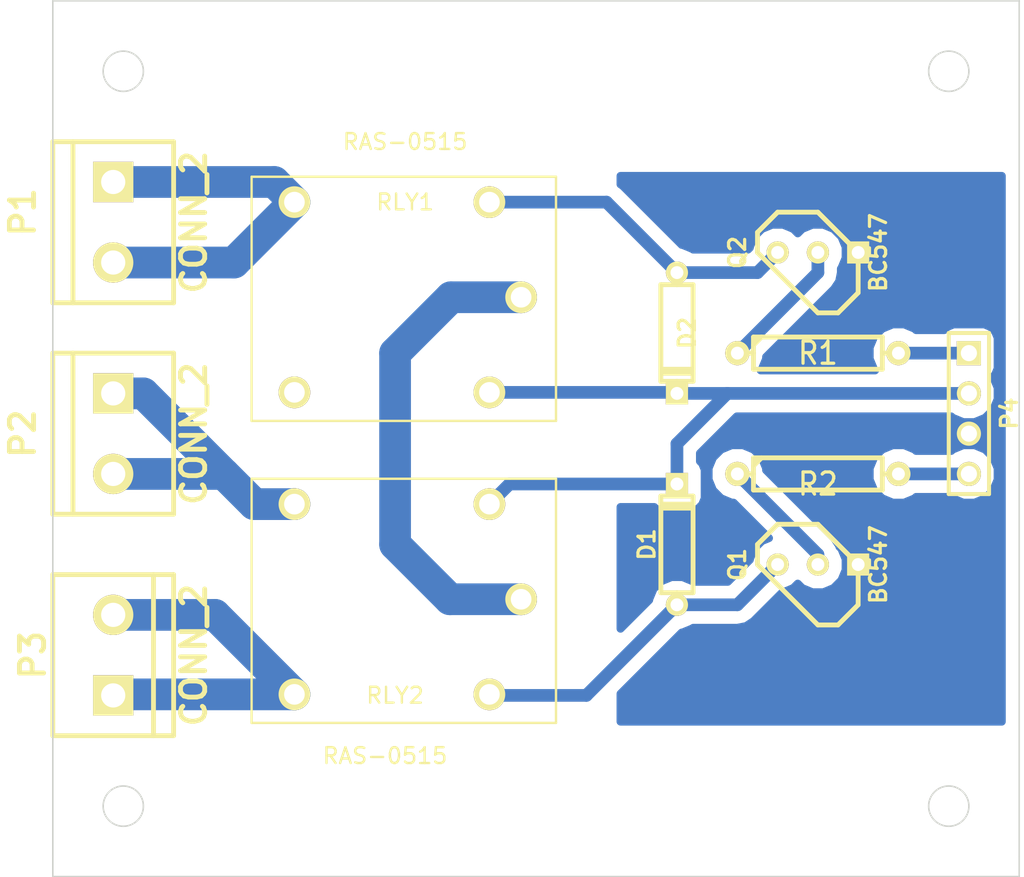
<source format=kicad_pcb>
(kicad_pcb (version 3) (host pcbnew "(2013-jul-07)-stable")

  (general
    (links 21)
    (no_connects 0)
    (area 55.5056 13.919999 123.2596 69.265001)
    (thickness 1.6)
    (drawings 10)
    (tracks 41)
    (zones 0)
    (modules 12)
    (nets 13)
  )

  (page A3)
  (layers
    (15 F.Cu signal)
    (0 B.Cu signal)
    (17 F.Adhes user)
    (19 F.Paste user)
    (21 F.SilkS user)
    (23 F.Mask user)
    (28 Edge.Cuts user)
  )

  (setup
    (last_trace_width 2)
    (trace_clearance 2)
    (zone_clearance 0.8)
    (zone_45_only no)
    (trace_min 0.254)
    (segment_width 0.2)
    (edge_width 0.1)
    (via_size 0.889)
    (via_drill 0.635)
    (via_min_size 0.889)
    (via_min_drill 0.508)
    (uvia_size 0.508)
    (uvia_drill 0.127)
    (uvias_allowed no)
    (uvia_min_size 0.508)
    (uvia_min_drill 0.127)
    (pcb_text_width 0.3)
    (pcb_text_size 1.5 1.5)
    (mod_edge_width 0.15)
    (mod_text_size 1 1)
    (mod_text_width 0.15)
    (pad_size 2 2)
    (pad_drill 1.3)
    (pad_to_mask_clearance 0.2)
    (solder_mask_min_width 0.3)
    (aux_axis_origin 0 0)
    (visible_elements FFFFFFBF)
    (pcbplotparams
      (layerselection 10485761)
      (usegerberextensions false)
      (excludeedgelayer false)
      (linewidth 0.150000)
      (plotframeref false)
      (viasonmask false)
      (mode 1)
      (useauxorigin false)
      (hpglpennumber 1)
      (hpglpenspeed 20)
      (hpglpendiameter 15)
      (hpglpenoverlay 2)
      (psnegative false)
      (psa4output false)
      (plotreference true)
      (plotvalue true)
      (plotothertext true)
      (plotinvisibletext false)
      (padsonsilk false)
      (subtractmaskfromsilk false)
      (outputformat 5)
      (mirror false)
      (drillshape 0)
      (scaleselection 1)
      (outputdirectory output/))
  )

  (net 0 "")
  (net 1 /5V)
  (net 2 /EN_1)
  (net 3 /EN_2)
  (net 4 /HOT)
  (net 5 /HOT_R)
  (net 6 /HOT_SOFT)
  (net 7 GND)
  (net 8 N-0000010)
  (net 9 N-0000011)
  (net 10 N-0000013)
  (net 11 N-000005)
  (net 12 N-000009)

  (net_class Default "This is the default net class."
    (clearance 2)
    (trace_width 2)
    (via_dia 0.889)
    (via_drill 0.635)
    (uvia_dia 0.508)
    (uvia_drill 0.127)
    (add_net "")
    (add_net /HOT)
    (add_net /HOT_R)
    (add_net /HOT_SOFT)
    (add_net N-0000010)
    (add_net N-0000013)
    (add_net N-000005)
  )

  (net_class 5V ""
    (clearance 0.8)
    (trace_width 0.8)
    (via_dia 0.889)
    (via_drill 0.635)
    (uvia_dia 0.508)
    (uvia_drill 0.127)
    (add_net /5V)
    (add_net /EN_1)
    (add_net /EN_2)
    (add_net GND)
    (add_net N-0000011)
    (add_net N-000009)
  )

  (module RAS-0515 (layer F.Cu) (tedit 53947180) (tstamp 5394498C)
    (at 75.565 26.67)
    (path /53943E62)
    (fp_text reference RLY1 (at 6.985 0) (layer F.SilkS)
      (effects (font (size 1 1) (thickness 0.15)))
    )
    (fp_text value RAS-0515 (at 6.985 -3.81) (layer F.SilkS)
      (effects (font (size 1 1) (thickness 0.15)))
    )
    (fp_line (start -2.7 -1.6) (end -2.7 13.8) (layer F.SilkS) (width 0.15))
    (fp_line (start -2.7 13.8) (end 16.5 13.8) (layer F.SilkS) (width 0.15))
    (fp_line (start -2.7 -1.6) (end 16.5 -1.6) (layer F.SilkS) (width 0.15))
    (fp_line (start 16.5 -1.6) (end 16.5 13.8) (layer F.SilkS) (width 0.15))
    (pad 4 thru_hole circle (at 0 12) (size 2 2) (drill 1.3)
      (layers *.Cu *.Mask F.SilkS)
    )
    (pad 5 thru_hole circle (at 12.3 12) (size 2 2) (drill 1.3)
      (layers *.Cu *.Mask F.SilkS)
      (net 1 /5V)
    )
    (pad 3 thru_hole circle (at 0 0) (size 2 2) (drill 1.3)
      (layers *.Cu *.Mask F.SilkS)
      (net 4 /HOT)
    )
    (pad 1 thru_hole circle (at 14.3 6) (size 2 2) (drill 1.3)
      (layers *.Cu *.Mask F.SilkS)
      (net 11 N-000005)
    )
    (pad 2 thru_hole circle (at 12.3 0) (size 2 2) (drill 1.3)
      (layers *.Cu *.Mask F.SilkS)
      (net 9 N-0000011)
    )
  )

  (module R4 (layer F.Cu) (tedit 200000) (tstamp 53944140)
    (at 108.585 36.195)
    (descr "Resitance 4 pas")
    (tags R)
    (path /53944164)
    (autoplace_cost180 10)
    (fp_text reference R1 (at 0 0) (layer F.SilkS)
      (effects (font (size 1.397 1.27) (thickness 0.2032)))
    )
    (fp_text value R (at 0 0) (layer F.SilkS) hide
      (effects (font (size 1.397 1.27) (thickness 0.2032)))
    )
    (fp_line (start -5.08 0) (end -4.064 0) (layer F.SilkS) (width 0.3048))
    (fp_line (start -4.064 0) (end -4.064 -1.016) (layer F.SilkS) (width 0.3048))
    (fp_line (start -4.064 -1.016) (end 4.064 -1.016) (layer F.SilkS) (width 0.3048))
    (fp_line (start 4.064 -1.016) (end 4.064 1.016) (layer F.SilkS) (width 0.3048))
    (fp_line (start 4.064 1.016) (end -4.064 1.016) (layer F.SilkS) (width 0.3048))
    (fp_line (start -4.064 1.016) (end -4.064 0) (layer F.SilkS) (width 0.3048))
    (fp_line (start -4.064 -0.508) (end -3.556 -1.016) (layer F.SilkS) (width 0.3048))
    (fp_line (start 5.08 0) (end 4.064 0) (layer F.SilkS) (width 0.3048))
    (pad 1 thru_hole circle (at -5.08 0) (size 1.524 1.524) (drill 0.8128)
      (layers *.Cu *.Mask F.SilkS)
      (net 10 N-0000013)
    )
    (pad 2 thru_hole circle (at 5.08 0) (size 1.524 1.524) (drill 0.8128)
      (layers *.Cu *.Mask F.SilkS)
      (net 2 /EN_1)
    )
    (model discret/resistor.wrl
      (at (xyz 0 0 0))
      (scale (xyz 0.4 0.4 0.4))
      (rotate (xyz 0 0 0))
    )
  )

  (module R4 (layer F.Cu) (tedit 53944D69) (tstamp 5394414E)
    (at 108.585 43.815)
    (descr "Resitance 4 pas")
    (tags R)
    (path /53944171)
    (autoplace_cost180 10)
    (fp_text reference R2 (at 0 0.635) (layer F.SilkS)
      (effects (font (size 1.397 1.27) (thickness 0.2032)))
    )
    (fp_text value R (at 0 0) (layer F.SilkS) hide
      (effects (font (size 1.397 1.27) (thickness 0.2032)))
    )
    (fp_line (start -5.08 0) (end -4.064 0) (layer F.SilkS) (width 0.3048))
    (fp_line (start -4.064 0) (end -4.064 -1.016) (layer F.SilkS) (width 0.3048))
    (fp_line (start -4.064 -1.016) (end 4.064 -1.016) (layer F.SilkS) (width 0.3048))
    (fp_line (start 4.064 -1.016) (end 4.064 1.016) (layer F.SilkS) (width 0.3048))
    (fp_line (start 4.064 1.016) (end -4.064 1.016) (layer F.SilkS) (width 0.3048))
    (fp_line (start -4.064 1.016) (end -4.064 0) (layer F.SilkS) (width 0.3048))
    (fp_line (start -4.064 -0.508) (end -3.556 -1.016) (layer F.SilkS) (width 0.3048))
    (fp_line (start 5.08 0) (end 4.064 0) (layer F.SilkS) (width 0.3048))
    (pad 1 thru_hole circle (at -5.08 0) (size 1.524 1.524) (drill 0.8128)
      (layers *.Cu *.Mask F.SilkS)
      (net 12 N-000009)
    )
    (pad 2 thru_hole circle (at 5.08 0) (size 1.524 1.524) (drill 0.8128)
      (layers *.Cu *.Mask F.SilkS)
      (net 3 /EN_2)
    )
    (model discret/resistor.wrl
      (at (xyz 0 0 0))
      (scale (xyz 0.4 0.4 0.4))
      (rotate (xyz 0 0 0))
    )
  )

  (module PIN_ARRAY_4x1 (layer F.Cu) (tedit 4C10F42E) (tstamp 5394415A)
    (at 118.11 40.005 270)
    (descr "Double rangee de contacts 2 x 5 pins")
    (tags CONN)
    (path /53944615)
    (fp_text reference P4 (at 0 -2.54 270) (layer F.SilkS)
      (effects (font (size 1.016 1.016) (thickness 0.2032)))
    )
    (fp_text value CONN_4 (at 0 2.54 270) (layer F.SilkS) hide
      (effects (font (size 1.016 1.016) (thickness 0.2032)))
    )
    (fp_line (start 5.08 1.27) (end -5.08 1.27) (layer F.SilkS) (width 0.254))
    (fp_line (start 5.08 -1.27) (end -5.08 -1.27) (layer F.SilkS) (width 0.254))
    (fp_line (start -5.08 -1.27) (end -5.08 1.27) (layer F.SilkS) (width 0.254))
    (fp_line (start 5.08 1.27) (end 5.08 -1.27) (layer F.SilkS) (width 0.254))
    (pad 1 thru_hole rect (at -3.81 0 270) (size 1.524 1.524) (drill 1.016)
      (layers *.Cu *.Mask F.SilkS)
      (net 2 /EN_1)
    )
    (pad 2 thru_hole circle (at -1.27 0 270) (size 1.524 1.524) (drill 1.016)
      (layers *.Cu *.Mask F.SilkS)
      (net 1 /5V)
    )
    (pad 3 thru_hole circle (at 1.27 0 270) (size 1.524 1.524) (drill 1.016)
      (layers *.Cu *.Mask F.SilkS)
      (net 7 GND)
    )
    (pad 4 thru_hole circle (at 3.81 0 270) (size 1.524 1.524) (drill 1.016)
      (layers *.Cu *.Mask F.SilkS)
      (net 3 /EN_2)
    )
    (model pin_array\pins_array_4x1.wrl
      (at (xyz 0 0 0))
      (scale (xyz 1 1 1))
      (rotate (xyz 0 0 0))
    )
  )

  (module D3 (layer F.Cu) (tedit 53944EC6) (tstamp 5394416A)
    (at 99.695 34.925 270)
    (descr "Diode 3 pas")
    (tags "DIODE DEV")
    (path /53943E9A)
    (fp_text reference D2 (at 0 -0.635 270) (layer F.SilkS)
      (effects (font (size 1.016 1.016) (thickness 0.2032)))
    )
    (fp_text value DIODE (at 0 0 270) (layer F.SilkS) hide
      (effects (font (size 1.016 1.016) (thickness 0.2032)))
    )
    (fp_line (start 3.81 0) (end 3.048 0) (layer F.SilkS) (width 0.3048))
    (fp_line (start 3.048 0) (end 3.048 -1.016) (layer F.SilkS) (width 0.3048))
    (fp_line (start 3.048 -1.016) (end -3.048 -1.016) (layer F.SilkS) (width 0.3048))
    (fp_line (start -3.048 -1.016) (end -3.048 0) (layer F.SilkS) (width 0.3048))
    (fp_line (start -3.048 0) (end -3.81 0) (layer F.SilkS) (width 0.3048))
    (fp_line (start -3.048 0) (end -3.048 1.016) (layer F.SilkS) (width 0.3048))
    (fp_line (start -3.048 1.016) (end 3.048 1.016) (layer F.SilkS) (width 0.3048))
    (fp_line (start 3.048 1.016) (end 3.048 0) (layer F.SilkS) (width 0.3048))
    (fp_line (start 2.54 -1.016) (end 2.54 1.016) (layer F.SilkS) (width 0.3048))
    (fp_line (start 2.286 1.016) (end 2.286 -1.016) (layer F.SilkS) (width 0.3048))
    (pad 2 thru_hole rect (at 3.81 0 270) (size 1.397 1.397) (drill 0.8128)
      (layers *.Cu *.Mask F.SilkS)
      (net 1 /5V)
    )
    (pad 1 thru_hole circle (at -3.81 0 270) (size 1.397 1.397) (drill 0.8128)
      (layers *.Cu *.Mask F.SilkS)
      (net 9 N-0000011)
    )
    (model discret/diode.wrl
      (at (xyz 0 0 0))
      (scale (xyz 0.3 0.3 0.3))
      (rotate (xyz 0 0 0))
    )
  )

  (module D3 (layer F.Cu) (tedit 5394481B) (tstamp 5394417A)
    (at 99.695 48.26 90)
    (descr "Diode 3 pas")
    (tags "DIODE DEV")
    (path /53943EA7)
    (fp_text reference D1 (at 0 -1.905 90) (layer F.SilkS)
      (effects (font (size 1.016 1.016) (thickness 0.2032)))
    )
    (fp_text value DIODE (at 0 0 90) (layer F.SilkS) hide
      (effects (font (size 1.016 1.016) (thickness 0.2032)))
    )
    (fp_line (start 3.81 0) (end 3.048 0) (layer F.SilkS) (width 0.3048))
    (fp_line (start 3.048 0) (end 3.048 -1.016) (layer F.SilkS) (width 0.3048))
    (fp_line (start 3.048 -1.016) (end -3.048 -1.016) (layer F.SilkS) (width 0.3048))
    (fp_line (start -3.048 -1.016) (end -3.048 0) (layer F.SilkS) (width 0.3048))
    (fp_line (start -3.048 0) (end -3.81 0) (layer F.SilkS) (width 0.3048))
    (fp_line (start -3.048 0) (end -3.048 1.016) (layer F.SilkS) (width 0.3048))
    (fp_line (start -3.048 1.016) (end 3.048 1.016) (layer F.SilkS) (width 0.3048))
    (fp_line (start 3.048 1.016) (end 3.048 0) (layer F.SilkS) (width 0.3048))
    (fp_line (start 2.54 -1.016) (end 2.54 1.016) (layer F.SilkS) (width 0.3048))
    (fp_line (start 2.286 1.016) (end 2.286 -1.016) (layer F.SilkS) (width 0.3048))
    (pad 2 thru_hole rect (at 3.81 0 90) (size 1.397 1.397) (drill 0.8128)
      (layers *.Cu *.Mask F.SilkS)
      (net 1 /5V)
    )
    (pad 1 thru_hole circle (at -3.81 0 90) (size 1.397 1.397) (drill 0.8128)
      (layers *.Cu *.Mask F.SilkS)
      (net 8 N-0000010)
    )
    (model discret/diode.wrl
      (at (xyz 0 0 0))
      (scale (xyz 0.3 0.3 0.3))
      (rotate (xyz 0 0 0))
    )
  )

  (module bornier2 (layer F.Cu) (tedit 5394719C) (tstamp 53944185)
    (at 64.135 27.94 270)
    (descr "Bornier d'alimentation 2 pins")
    (tags DEV)
    (path /539443E8)
    (fp_text reference P1 (at -0.635 5.715 270) (layer F.SilkS)
      (effects (font (size 1.524 1.524) (thickness 0.3048)))
    )
    (fp_text value CONN_2 (at 0 -5.08 270) (layer F.SilkS)
      (effects (font (size 1.524 1.524) (thickness 0.3048)))
    )
    (fp_line (start 5.08 2.54) (end -5.08 2.54) (layer F.SilkS) (width 0.3048))
    (fp_line (start 5.08 3.81) (end 5.08 -3.81) (layer F.SilkS) (width 0.3048))
    (fp_line (start 5.08 -3.81) (end -5.08 -3.81) (layer F.SilkS) (width 0.3048))
    (fp_line (start -5.08 -3.81) (end -5.08 3.81) (layer F.SilkS) (width 0.3048))
    (fp_line (start -5.08 3.81) (end 5.08 3.81) (layer F.SilkS) (width 0.3048))
    (pad 1 thru_hole rect (at -2.54 0 270) (size 2.54 2.54) (drill 1.524)
      (layers *.Cu *.Mask F.SilkS)
      (net 4 /HOT)
    )
    (pad 2 thru_hole circle (at 2.54 0 270) (size 2.54 2.54) (drill 1.524)
      (layers *.Cu *.Mask F.SilkS)
      (net 4 /HOT)
    )
    (model device/bornier_2.wrl
      (at (xyz 0 0 0))
      (scale (xyz 1 1 1))
      (rotate (xyz 0 0 0))
    )
  )

  (module bornier2 (layer F.Cu) (tedit 53947195) (tstamp 53944190)
    (at 64.135 41.275 270)
    (descr "Bornier d'alimentation 2 pins")
    (tags DEV)
    (path /53944432)
    (fp_text reference P2 (at 0 5.715 270) (layer F.SilkS)
      (effects (font (size 1.524 1.524) (thickness 0.3048)))
    )
    (fp_text value CONN_2 (at 0 -5.08 270) (layer F.SilkS)
      (effects (font (size 1.524 1.524) (thickness 0.3048)))
    )
    (fp_line (start 5.08 2.54) (end -5.08 2.54) (layer F.SilkS) (width 0.3048))
    (fp_line (start 5.08 3.81) (end 5.08 -3.81) (layer F.SilkS) (width 0.3048))
    (fp_line (start 5.08 -3.81) (end -5.08 -3.81) (layer F.SilkS) (width 0.3048))
    (fp_line (start -5.08 -3.81) (end -5.08 3.81) (layer F.SilkS) (width 0.3048))
    (fp_line (start -5.08 3.81) (end 5.08 3.81) (layer F.SilkS) (width 0.3048))
    (pad 1 thru_hole rect (at -2.54 0 270) (size 2.54 2.54) (drill 1.524)
      (layers *.Cu *.Mask F.SilkS)
      (net 6 /HOT_SOFT)
    )
    (pad 2 thru_hole circle (at 2.54 0 270) (size 2.54 2.54) (drill 1.524)
      (layers *.Cu *.Mask F.SilkS)
      (net 6 /HOT_SOFT)
    )
    (model device/bornier_2.wrl
      (at (xyz 0 0 0))
      (scale (xyz 1 1 1))
      (rotate (xyz 0 0 0))
    )
  )

  (module bornier2 (layer F.Cu) (tedit 3EC0ED69) (tstamp 5394419B)
    (at 64.135 55.245 90)
    (descr "Bornier d'alimentation 2 pins")
    (tags DEV)
    (path /539444AC)
    (fp_text reference P3 (at 0 -5.08 90) (layer F.SilkS)
      (effects (font (size 1.524 1.524) (thickness 0.3048)))
    )
    (fp_text value CONN_2 (at 0 5.08 90) (layer F.SilkS)
      (effects (font (size 1.524 1.524) (thickness 0.3048)))
    )
    (fp_line (start 5.08 2.54) (end -5.08 2.54) (layer F.SilkS) (width 0.3048))
    (fp_line (start 5.08 3.81) (end 5.08 -3.81) (layer F.SilkS) (width 0.3048))
    (fp_line (start 5.08 -3.81) (end -5.08 -3.81) (layer F.SilkS) (width 0.3048))
    (fp_line (start -5.08 -3.81) (end -5.08 3.81) (layer F.SilkS) (width 0.3048))
    (fp_line (start -5.08 3.81) (end 5.08 3.81) (layer F.SilkS) (width 0.3048))
    (pad 1 thru_hole rect (at -2.54 0 90) (size 2.54 2.54) (drill 1.524)
      (layers *.Cu *.Mask F.SilkS)
      (net 5 /HOT_R)
    )
    (pad 2 thru_hole circle (at 2.54 0 90) (size 2.54 2.54) (drill 1.524)
      (layers *.Cu *.Mask F.SilkS)
      (net 5 /HOT_R)
    )
    (model device/bornier_2.wrl
      (at (xyz 0 0 0))
      (scale (xyz 1 1 1))
      (rotate (xyz 0 0 0))
    )
  )

  (module TO92-123 (layer F.Cu) (tedit 53944D7D) (tstamp 53944123)
    (at 107.315 50.8 270)
    (descr "Transistor TO92 brochage type BC237")
    (tags "TR TO92")
    (path /53943EBF)
    (fp_text reference Q1 (at -1.27 3.81 270) (layer F.SilkS)
      (effects (font (size 1.016 1.016) (thickness 0.2032)))
    )
    (fp_text value BC547 (at -1.27 -5.08 270) (layer F.SilkS)
      (effects (font (size 1.016 1.016) (thickness 0.2032)))
    )
    (fp_line (start -1.27 2.54) (end 2.54 -1.27) (layer F.SilkS) (width 0.3048))
    (fp_line (start 2.54 -1.27) (end 2.54 -2.54) (layer F.SilkS) (width 0.3048))
    (fp_line (start 2.54 -2.54) (end 1.27 -3.81) (layer F.SilkS) (width 0.3048))
    (fp_line (start 1.27 -3.81) (end -1.27 -3.81) (layer F.SilkS) (width 0.3048))
    (fp_line (start -1.27 -3.81) (end -3.81 -1.27) (layer F.SilkS) (width 0.3048))
    (fp_line (start -3.81 -1.27) (end -3.81 1.27) (layer F.SilkS) (width 0.3048))
    (fp_line (start -3.81 1.27) (end -2.54 2.54) (layer F.SilkS) (width 0.3048))
    (fp_line (start -2.54 2.54) (end -1.27 2.54) (layer F.SilkS) (width 0.3048))
    (pad 3 thru_hole rect (at -1.27 -3.81 270) (size 1.397 1.397) (drill 0.8128)
      (layers *.Cu *.Mask F.SilkS)
      (net 7 GND)
    )
    (pad 2 thru_hole circle (at -1.27 -1.27 270) (size 1.397 1.397) (drill 0.8128)
      (layers *.Cu *.Mask F.SilkS)
      (net 12 N-000009)
    )
    (pad 1 thru_hole circle (at -1.27 1.27 270) (size 1.397 1.397) (drill 0.8128)
      (layers *.Cu *.Mask F.SilkS)
      (net 8 N-0000010)
    )
    (model discret/to98.wrl
      (at (xyz 0 0 0))
      (scale (xyz 1 1 1))
      (rotate (xyz 0 0 0))
    )
  )

  (module TO92-123 (layer F.Cu) (tedit 53944DD9) (tstamp 53944132)
    (at 107.315 31.115 270)
    (descr "Transistor TO92 brochage type BC237")
    (tags "TR TO92")
    (path /53943ECC)
    (fp_text reference Q2 (at -1.27 3.81 270) (layer F.SilkS)
      (effects (font (size 1.016 1.016) (thickness 0.2032)))
    )
    (fp_text value BC547 (at -1.27 -5.08 270) (layer F.SilkS)
      (effects (font (size 1.016 1.016) (thickness 0.2032)))
    )
    (fp_line (start -1.27 2.54) (end 2.54 -1.27) (layer F.SilkS) (width 0.3048))
    (fp_line (start 2.54 -1.27) (end 2.54 -2.54) (layer F.SilkS) (width 0.3048))
    (fp_line (start 2.54 -2.54) (end 1.27 -3.81) (layer F.SilkS) (width 0.3048))
    (fp_line (start 1.27 -3.81) (end -1.27 -3.81) (layer F.SilkS) (width 0.3048))
    (fp_line (start -1.27 -3.81) (end -3.81 -1.27) (layer F.SilkS) (width 0.3048))
    (fp_line (start -3.81 -1.27) (end -3.81 1.27) (layer F.SilkS) (width 0.3048))
    (fp_line (start -3.81 1.27) (end -2.54 2.54) (layer F.SilkS) (width 0.3048))
    (fp_line (start -2.54 2.54) (end -1.27 2.54) (layer F.SilkS) (width 0.3048))
    (pad 3 thru_hole rect (at -1.27 -3.81 270) (size 1.397 1.397) (drill 0.8128)
      (layers *.Cu *.Mask F.SilkS)
      (net 7 GND)
    )
    (pad 2 thru_hole circle (at -1.27 -1.27 270) (size 1.397 1.397) (drill 0.8128)
      (layers *.Cu *.Mask F.SilkS)
      (net 10 N-0000013)
    )
    (pad 1 thru_hole circle (at -1.27 1.27 270) (size 1.397 1.397) (drill 0.8128)
      (layers *.Cu *.Mask F.SilkS)
      (net 9 N-0000011)
    )
    (model discret/to98.wrl
      (at (xyz 0 0 0))
      (scale (xyz 1 1 1))
      (rotate (xyz 0 0 0))
    )
  )

  (module RAS-0515 (layer F.Cu) (tedit 53947186) (tstamp 53946F41)
    (at 75.565 45.72)
    (path /53943E92)
    (fp_text reference RLY2 (at 6.35 12.065) (layer F.SilkS)
      (effects (font (size 1 1) (thickness 0.15)))
    )
    (fp_text value RAS-0515 (at 5.715 15.875) (layer F.SilkS)
      (effects (font (size 1 1) (thickness 0.15)))
    )
    (fp_line (start -2.7 -1.6) (end -2.7 13.8) (layer F.SilkS) (width 0.15))
    (fp_line (start -2.7 13.8) (end 16.5 13.8) (layer F.SilkS) (width 0.15))
    (fp_line (start -2.7 -1.6) (end 16.5 -1.6) (layer F.SilkS) (width 0.15))
    (fp_line (start 16.5 -1.6) (end 16.5 13.8) (layer F.SilkS) (width 0.15))
    (pad 4 thru_hole circle (at 0 12) (size 2 2) (drill 1.3)
      (layers *.Cu *.Mask F.SilkS)
      (net 5 /HOT_R)
    )
    (pad 5 thru_hole circle (at 12.3 12) (size 2 2) (drill 1.3)
      (layers *.Cu *.Mask F.SilkS)
      (net 8 N-0000010)
    )
    (pad 3 thru_hole circle (at 0 0) (size 2 2) (drill 1.3)
      (layers *.Cu *.Mask F.SilkS)
      (net 6 /HOT_SOFT)
    )
    (pad 1 thru_hole circle (at 14.3 6) (size 2 2) (drill 1.3)
      (layers *.Cu *.Mask F.SilkS)
      (net 11 N-000005)
    )
    (pad 2 thru_hole circle (at 12.3 0) (size 2 2) (drill 1.3)
      (layers *.Cu *.Mask F.SilkS)
      (net 1 /5V)
    )
  )

  (gr_circle (center 116.84 64.77) (end 115.57 64.77) (layer Edge.Cuts) (width 0.1))
  (gr_circle (center 116.84 18.415) (end 115.57 18.415) (layer Edge.Cuts) (width 0.1))
  (gr_line (start 121.285 69.215) (end 121.285 67.945) (angle 90) (layer Edge.Cuts) (width 0.1))
  (gr_line (start 60.325 69.215) (end 60.325 67.945) (angle 90) (layer Edge.Cuts) (width 0.1))
  (gr_circle (center 64.77 64.77) (end 66.04 64.77) (layer Edge.Cuts) (width 0.1))
  (gr_circle (center 64.77 18.415) (end 66.04 18.415) (layer Edge.Cuts) (width 0.1))
  (gr_line (start 60.325 13.97) (end 60.325 67.945) (angle 90) (layer Edge.Cuts) (width 0.1))
  (gr_line (start 121.285 13.97) (end 60.325 13.97) (angle 90) (layer Edge.Cuts) (width 0.1))
  (gr_line (start 121.285 67.945) (end 121.285 13.97) (angle 90) (layer Edge.Cuts) (width 0.1))
  (gr_line (start 60.325 69.215) (end 121.285 69.215) (angle 90) (layer Edge.Cuts) (width 0.1))

  (segment (start 99.695 44.45) (end 89.135 44.45) (width 0.8) (layer B.Cu) (net 1))
  (segment (start 89.135 44.45) (end 87.865 45.72) (width 0.8) (layer B.Cu) (net 1) (tstamp 53944FE1))
  (segment (start 102.87 38.735) (end 99.695 41.91) (width 0.8) (layer B.Cu) (net 1))
  (segment (start 99.695 41.91) (end 99.695 44.45) (width 0.8) (layer B.Cu) (net 1) (tstamp 53944F77))
  (segment (start 99.695 38.735) (end 102.87 38.735) (width 0.8) (layer B.Cu) (net 1))
  (segment (start 102.87 38.735) (end 118.11 38.735) (width 0.8) (layer B.Cu) (net 1) (tstamp 53944F75))
  (segment (start 87.865 38.67) (end 99.63 38.67) (width 0.8) (layer B.Cu) (net 1))
  (segment (start 99.63 38.67) (end 99.695 38.735) (width 0.8) (layer B.Cu) (net 1) (tstamp 53944F19))
  (segment (start 118.11 36.195) (end 113.665 36.195) (width 0.8) (layer B.Cu) (net 2))
  (segment (start 113.665 43.815) (end 118.11 43.815) (width 0.8) (layer B.Cu) (net 3))
  (segment (start 64.135 25.4) (end 74.295 25.4) (width 2) (layer B.Cu) (net 4))
  (segment (start 74.295 25.4) (end 75.565 26.67) (width 2) (layer B.Cu) (net 4) (tstamp 53946FD6))
  (segment (start 64.135 30.48) (end 71.755 30.48) (width 2) (layer B.Cu) (net 4))
  (segment (start 71.755 30.48) (end 75.565 26.67) (width 2) (layer B.Cu) (net 4) (tstamp 53946FD3))
  (segment (start 64.135 52.705) (end 70.55 52.705) (width 2) (layer B.Cu) (net 5) (status 400000))
  (segment (start 70.55 52.705) (end 75.565 57.72) (width 2) (layer B.Cu) (net 5) (tstamp 53947123) (status 800000))
  (segment (start 75.565 57.72) (end 64.2 57.72) (width 2) (layer B.Cu) (net 5) (status C00000))
  (segment (start 64.2 57.72) (end 64.135 57.785) (width 2) (layer B.Cu) (net 5) (tstamp 53947118) (status C00000))
  (segment (start 64.135 43.815) (end 71.12 43.815) (width 2) (layer B.Cu) (net 6) (status 400000))
  (segment (start 71.12 43.815) (end 73.025 45.72) (width 2) (layer B.Cu) (net 6) (tstamp 5394712F))
  (segment (start 75.565 45.72) (end 73.025 45.72) (width 2) (layer B.Cu) (net 6) (status 400000))
  (segment (start 66.04 38.735) (end 64.135 38.735) (width 2) (layer B.Cu) (net 6) (tstamp 53947129) (status 800000))
  (segment (start 73.025 45.72) (end 66.04 38.735) (width 2) (layer B.Cu) (net 6) (tstamp 53947128))
  (segment (start 99.695 52.07) (end 103.505 52.07) (width 0.8) (layer B.Cu) (net 8))
  (segment (start 103.505 52.07) (end 106.045 49.53) (width 0.8) (layer B.Cu) (net 8) (tstamp 53944FCC))
  (segment (start 99.695 52.07) (end 93.98 57.785) (width 0.8) (layer B.Cu) (net 8))
  (segment (start 87.93 57.785) (end 87.865 57.72) (width 0.8) (layer B.Cu) (net 8) (tstamp 53944F16))
  (segment (start 93.98 57.785) (end 87.93 57.785) (width 0.8) (layer B.Cu) (net 8) (tstamp 53944F14))
  (segment (start 99.695 31.115) (end 104.775 31.115) (width 0.8) (layer B.Cu) (net 9))
  (segment (start 104.775 31.115) (end 106.045 29.845) (width 0.8) (layer B.Cu) (net 9) (tstamp 53944FEA))
  (segment (start 87.865 26.67) (end 95.25 26.67) (width 0.8) (layer B.Cu) (net 9))
  (segment (start 95.25 26.67) (end 99.695 31.115) (width 0.8) (layer B.Cu) (net 9) (tstamp 53944FE5))
  (segment (start 108.585 29.845) (end 108.585 31.115) (width 0.8) (layer B.Cu) (net 10))
  (segment (start 108.585 31.115) (end 103.505 36.195) (width 0.8) (layer B.Cu) (net 10) (tstamp 53944FC6))
  (segment (start 89.865 32.67) (end 85.44 32.67) (width 2) (layer B.Cu) (net 11) (status 400000))
  (segment (start 85.375 51.72) (end 89.865 51.72) (width 2) (layer B.Cu) (net 11) (tstamp 5394710D) (status 800000))
  (segment (start 81.915 48.26) (end 85.375 51.72) (width 2) (layer B.Cu) (net 11) (tstamp 5394710B))
  (segment (start 81.915 36.195) (end 81.915 48.26) (width 2) (layer B.Cu) (net 11) (tstamp 53947109))
  (segment (start 85.44 32.67) (end 81.915 36.195) (width 2) (layer B.Cu) (net 11) (tstamp 53947102))
  (segment (start 108.585 49.53) (end 108.585 48.895) (width 0.8) (layer B.Cu) (net 12))
  (segment (start 108.585 48.895) (end 103.505 43.815) (width 0.8) (layer B.Cu) (net 12) (tstamp 53944FCF))

  (zone (net 7) (net_name GND) (layer B.Cu) (tstamp 53944EFC) (hatch edge 0.508)
    (connect_pads yes (clearance 0.8))
    (min_thickness 0.5)
    (fill (arc_segments 16) (thermal_gap 0.508) (thermal_bridge_width 0.508))
    (polygon
      (pts
        (xy 95.885 24.765) (xy 95.885 59.69) (xy 121.285 59.69) (xy 121.285 24.765)
      )
    )
    (filled_polygon
      (pts
        (xy 120.185 59.44) (xy 119.922314 59.44) (xy 119.922314 43.456152) (xy 119.647034 42.789925) (xy 119.137756 42.279757)
        (xy 118.47201 42.003315) (xy 117.751152 42.002686) (xy 117.084925 42.277966) (xy 116.997738 42.365) (xy 114.77785 42.365)
        (xy 114.692756 42.279757) (xy 114.02701 42.003315) (xy 113.306152 42.002686) (xy 112.639925 42.277966) (xy 112.129757 42.787244)
        (xy 111.853315 43.45299) (xy 111.852686 44.173848) (xy 112.127966 44.840075) (xy 112.637244 45.350243) (xy 113.30299 45.626685)
        (xy 114.023848 45.627314) (xy 114.690075 45.352034) (xy 114.777261 45.265) (xy 116.997149 45.265) (xy 117.082244 45.350243)
        (xy 117.74799 45.626685) (xy 118.468848 45.627314) (xy 119.135075 45.352034) (xy 119.645243 44.842756) (xy 119.921685 44.17701)
        (xy 119.922314 43.456152) (xy 119.922314 59.44) (xy 96.135 59.44) (xy 96.135 57.680609) (xy 99.996844 53.818764)
        (xy 100.041272 53.818803) (xy 100.684152 53.55317) (xy 100.717379 53.52) (xy 103.505 53.52) (xy 104.059891 53.409625)
        (xy 104.530305 53.095305) (xy 106.346845 51.278764) (xy 106.391272 51.278803) (xy 107.034152 51.01317) (xy 107.315058 50.732753)
        (xy 107.593261 51.011442) (xy 108.235676 51.278196) (xy 108.931272 51.278803) (xy 109.574152 51.01317) (xy 110.066442 50.521739)
        (xy 110.333196 49.879324) (xy 110.333803 49.183728) (xy 110.06817 48.540848) (xy 109.93877 48.411222) (xy 109.924625 48.340109)
        (xy 109.610305 47.869695) (xy 109.610301 47.869692) (xy 105.317208 43.576599) (xy 105.317314 43.456152) (xy 105.042034 42.789925)
        (xy 104.532756 42.279757) (xy 103.86701 42.003315) (xy 103.146152 42.002686) (xy 102.479925 42.277966) (xy 101.969757 42.787244)
        (xy 101.693315 43.45299) (xy 101.692686 44.173848) (xy 101.967966 44.840075) (xy 102.477244 45.350243) (xy 103.14299 45.626685)
        (xy 103.266182 45.626792) (xy 105.50191 47.86252) (xy 105.055848 48.04683) (xy 104.563558 48.538261) (xy 104.296804 49.180676)
        (xy 104.296763 49.227626) (xy 102.90439 50.62) (xy 100.718126 50.62) (xy 100.686739 50.588558) (xy 100.044324 50.321804)
        (xy 99.348728 50.321197) (xy 98.705848 50.58683) (xy 98.213558 51.078261) (xy 97.946804 51.720676) (xy 97.946763 51.767627)
        (xy 96.135 53.57939) (xy 96.135 45.9) (xy 98.26306 45.9) (xy 98.400946 46.038127) (xy 98.786726 46.198316)
        (xy 99.204441 46.198681) (xy 100.601441 46.198681) (xy 100.987499 46.039165) (xy 101.283127 45.744054) (xy 101.443316 45.358274)
        (xy 101.443681 44.940559) (xy 101.443681 43.543559) (xy 101.284165 43.157501) (xy 101.145 43.018092) (xy 101.145 42.51061)
        (xy 103.47061 40.185) (xy 116.997149 40.185) (xy 117.082244 40.270243) (xy 117.74799 40.546685) (xy 118.468848 40.547314)
        (xy 119.135075 40.272034) (xy 119.645243 39.762756) (xy 119.921685 39.09701) (xy 119.922314 38.376152) (xy 119.647034 37.709925)
        (xy 119.625544 37.688398) (xy 119.761627 37.552554) (xy 119.921816 37.166774) (xy 119.922181 36.749059) (xy 119.922181 35.225059)
        (xy 119.762665 34.839001) (xy 119.467554 34.543373) (xy 119.081774 34.383184) (xy 118.664059 34.382819) (xy 117.140059 34.382819)
        (xy 116.754001 34.542335) (xy 116.55098 34.745) (xy 114.77785 34.745) (xy 114.692756 34.659757) (xy 114.02701 34.383315)
        (xy 113.306152 34.382686) (xy 112.639925 34.657966) (xy 112.129757 35.167244) (xy 111.853315 35.83299) (xy 111.852686 36.553848)
        (xy 112.127966 37.220075) (xy 112.192777 37.285) (xy 104.97789 37.285) (xy 105.040243 37.222756) (xy 105.316685 36.55701)
        (xy 105.316792 36.433817) (xy 109.610301 32.140307) (xy 109.610304 32.140305) (xy 109.610305 32.140305) (xy 109.924624 31.669891)
        (xy 109.924625 31.669891) (xy 110.016687 31.207063) (xy 110.035 31.115001) (xy 110.034999 31.115) (xy 110.035 31.115)
        (xy 110.035 30.868126) (xy 110.066442 30.836739) (xy 110.333196 30.194324) (xy 110.333803 29.498728) (xy 110.06817 28.855848)
        (xy 109.576739 28.363558) (xy 108.934324 28.096804) (xy 108.238728 28.096197) (xy 107.595848 28.36183) (xy 107.314941 28.642246)
        (xy 107.036739 28.363558) (xy 106.394324 28.096804) (xy 105.698728 28.096197) (xy 105.055848 28.36183) (xy 104.563558 28.853261)
        (xy 104.296804 29.495676) (xy 104.296763 29.542626) (xy 104.17439 29.665) (xy 100.718126 29.665) (xy 100.686739 29.633558)
        (xy 100.044324 29.366804) (xy 99.997373 29.366763) (xy 96.275305 25.644695) (xy 96.135 25.550946) (xy 96.135 25.015)
        (xy 120.185 25.015) (xy 120.185 59.44)
      )
    )
  )
)

</source>
